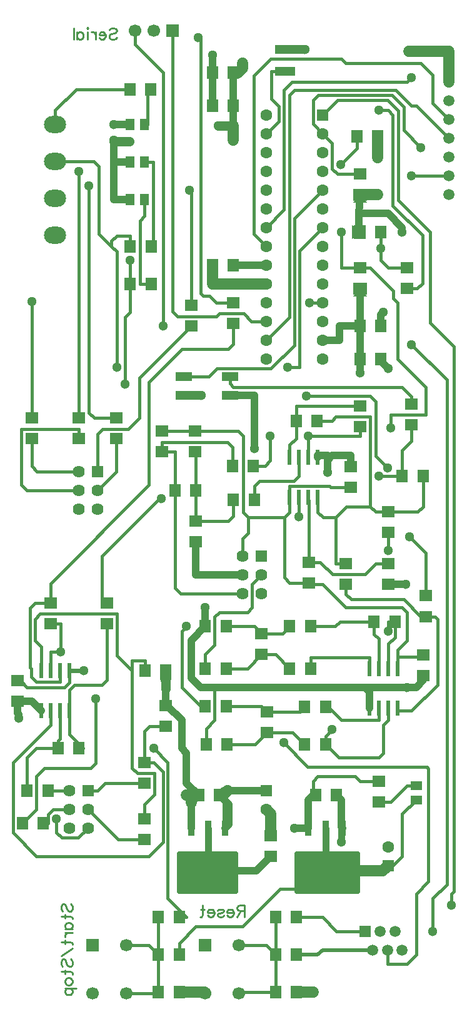
<source format=gbr>
%TF.GenerationSoftware,Novarm,DipTrace,3.3.1.3*%
%TF.CreationDate,2020-09-22T11:58:18+00:00*%
%FSLAX35Y35*%
%MOMM*%
%TF.FileFunction,Copper,L2,Bot*%
%TF.Part,Single*%
%AMOUTLINE0*
4,1,8,
0.95,-0.9,
0.95,0.9,
-0.65,0.9,
-0.65,0.7,
-0.95,1.0,
-0.95,-1.0,
-0.65,-0.7,
-0.65,-0.9,
0.95,-0.9,
0*%
%AMOUTLINE3*
4,1,8,
0.9,0.95,
-0.9,0.95,
-0.9,-0.65,
-0.7,-0.65,
-1.0,-0.95,
1.0,-0.95,
0.7,-0.65,
0.9,-0.65,
0.9,0.95,
0*%
%ADD84C,0.23529*%
%TA.AperFunction,Conductor*%
%ADD13C,0.4*%
%ADD14C,1.0*%
%ADD15C,1.5*%
%ADD16C,0.6*%
%ADD17C,0.95*%
%ADD18C,1.15*%
%ADD19C,1.2*%
%ADD20C,1.3*%
%ADD21C,0.5*%
%TA.AperFunction,CopperBalancing*%
%ADD22C,0.635*%
%ADD24R,1.6X1.8*%
%ADD25R,1.8X1.6*%
%TA.AperFunction,ComponentPad*%
%ADD26R,1.6X1.6*%
%ADD27C,1.6*%
%ADD28R,1.3X1.5*%
%ADD29R,1.5X1.3*%
%TA.AperFunction,ComponentPad*%
%ADD30C,1.62*%
%ADD31R,1.62X1.62*%
%ADD32O,3.0X2.3*%
%ADD33R,1.7X1.7*%
%ADD34C,1.7*%
%ADD35C,1.5*%
%ADD36R,1.5X1.5*%
%ADD37R,2.7X1.15*%
%ADD38R,0.6X2.0*%
%ADD40R,0.95X2.15*%
%ADD41R,3.25X2.15*%
%ADD42R,2.2X1.2*%
%ADD87OUTLINE0*%
%ADD90OUTLINE3*%
%TA.AperFunction,ViaPad*%
%ADD93C,1.3*%
G75*
G01*
%LPD*%
X1016000Y11430000D2*
D13*
Y8090500D1*
X1156000Y11230000D2*
Y8160500D1*
X1226000Y8090500D1*
X1524000D1*
X5080000Y4159000D2*
Y4000500D1*
X4572000D1*
X4357000Y4215500D1*
Y4178000D1*
X3010500Y4699000D2*
X3302000D1*
X3492500Y4889500D1*
X3683000D1*
X3873500Y4699000D1*
X2921000Y2984500D2*
X2984500Y2921000D1*
Y2555500D1*
X3000000Y2540000D1*
X2921000Y2984500D2*
D14*
X2984500Y3048000D1*
X3034070D1*
X3556000D1*
X2921000Y2984500D2*
D15*
X2970570D1*
X3034070Y3048000D1*
X3556000D2*
D3*
X2921000Y2984500D2*
D14*
X3048000Y2857500D1*
Y2588000D1*
X3000000Y2540000D1*
X1084000Y4667500D2*
D16*
X889000D1*
X190500Y4534500D2*
D13*
X228000D1*
X317500Y4445000D1*
X825500D1*
X889000Y4508500D1*
Y4667500D1*
X4699000Y7429500D2*
D14*
Y7584500D1*
X4449510D1*
X4384510Y7519500D1*
Y7352520D1*
X3238500Y5969000D2*
X2603500D1*
Y6413500D1*
X5442000Y5842000D2*
X5207000D1*
X3396510Y7677500D2*
Y8393000D1*
X3065000D1*
X4384510Y7352520D2*
Y7584500D1*
X4254500D1*
Y7556500D1*
X2730500Y5524500D2*
Y5270500D1*
X5461000Y4445000D2*
X4894527D1*
X2857500D1*
X2667000D1*
X2540000Y4572000D1*
Y5080000D1*
X2730500Y5270500D1*
X2743500Y3670000D2*
D13*
Y3886500D1*
X2857500Y4000500D1*
Y4445000D1*
X4953000Y4159000D2*
D14*
Y4386527D1*
X4894527Y4445000D1*
X5461000D2*
X5588000D1*
X5683250Y4540250D1*
Y4603750D1*
X3023500Y3670000D2*
D13*
X3404500D1*
X3569000Y3834500D1*
X3912500D1*
X4077000Y3670000D1*
X1016000Y7112000D2*
X311000D1*
X241000Y7182000D1*
Y7940500D1*
X1016000D1*
Y7810500D1*
X1270000Y7112000D2*
X1524000Y7366000D1*
Y7810500D1*
X1016000Y7366000D2*
X451000D1*
X381000Y7436000D1*
Y7810500D1*
X1270000Y7366000D2*
Y7870500D1*
X1340000Y7940500D1*
X1689000D1*
X1841500Y8093000D1*
Y8636000D1*
X2540000Y9334500D1*
X3010500Y4191000D2*
X3492500D1*
X3569000Y4114500D1*
X4013500D1*
X4077000Y4178000D1*
X381000Y9665350D2*
Y8090500D1*
X5524500Y8281000D2*
Y8382000D1*
X5397500Y8509000D1*
X3111500D1*
X3065000Y8555500D1*
Y8647000D1*
X3010500Y5270500D2*
X3391500D1*
X3492500Y5169500D1*
X3772500D1*
X3873500Y5270500D1*
X2730500Y4699000D2*
Y4889500D1*
X2857500Y5016500D1*
Y5397500D1*
X2921000Y5461000D1*
X3302000D1*
X3365500Y5524500D1*
Y5842000D1*
X3492500Y5969000D1*
X2730500Y4191000D2*
X2667000D1*
X2413000Y4445000D1*
Y5207000D1*
X2476500Y5270500D1*
X1143000Y2794000D2*
X1550000Y2387000D1*
X1905000D1*
X5497000Y6482000D2*
X5715000Y6264000D1*
Y5683250D1*
X5207000Y4159000D2*
Y4000500D1*
X5143500Y3937000D1*
Y3556000D1*
X5080000Y3492500D1*
X4534500D1*
X4357000Y3670000D1*
Y3785500D1*
X4445000Y3873500D1*
X508000Y4667500D2*
Y4996750D1*
X425500Y5079250D1*
Y5368000D1*
X495500Y5438000D1*
X1537000D1*
Y4873000D1*
X1740000Y4670000D1*
Y3349010D1*
X1810000Y3279010D1*
X2045000D1*
Y2997290D1*
X1905000Y2857290D1*
Y2667000D1*
X1740000Y4670000D2*
Y4810000D1*
X1910000D1*
Y4670000D1*
X5080000Y4699000D2*
Y5098760D1*
X5016500Y5162260D1*
Y5334000D1*
X4553970D1*
X4490470Y5270500D1*
X4153500D1*
Y4699000D2*
Y4849000D1*
X4953000D1*
Y4699000D1*
X5334000Y4159000D2*
Y4127500D1*
X5524500D1*
X5873750Y4476750D1*
Y5365750D1*
X5842000Y5397500D1*
X5651500D1*
X5415000Y5634000D1*
X4705500D1*
X4635500Y5704000D1*
Y5842000D1*
X5842000Y5397500D2*
X5715000Y5403250D1*
X5207000Y6297000D2*
Y6540500D1*
X5296500Y5334000D2*
Y5122730D1*
X5207000Y5033230D1*
Y4699000D1*
Y5207000D2*
Y5334000D1*
X5296500D1*
X3111500Y9372000D2*
Y9090000D1*
X3041500Y9020000D1*
X2416000D1*
X1968500Y8572500D1*
Y7181967D1*
X635000Y5848467D1*
Y5588000D1*
X425500D1*
X355500Y5518000D1*
Y4712000D1*
X370500Y4697000D1*
Y4587500D1*
X440500Y4517500D1*
X762000D1*
Y4667500D1*
X4318000Y11176000D2*
X3936000Y10794000D1*
Y9075000D1*
X3618000Y8757000D1*
X2890000D1*
X2780000Y8647000D1*
X2435000D1*
X4563000Y11522500D2*
X4780000Y11739500D1*
Y11900000D1*
X2590500Y7913000D2*
X3171500D1*
X3241500Y7843000D1*
Y6814010D1*
X3311500Y6744010D1*
Y6530500D1*
X3238500Y6457500D1*
Y6223000D1*
X4130000Y5860000D2*
X3873500D1*
X3803500Y5930000D1*
Y6744010D1*
X3311500D1*
X2146000Y7913000D2*
X2326000D1*
X2590500D1*
X3803500Y6744010D2*
X3873500Y6814010D1*
Y7016500D1*
Y7166500D1*
X4412220D1*
X4429220Y7149500D1*
X4699000D1*
X5334000Y4699000D2*
Y4953000D1*
X5461000Y5080000D1*
Y5461000D1*
X5397500Y5524500D1*
X4635500D1*
X4318000Y5842000D1*
X4148000D1*
X4130000Y5860000D1*
X5334000Y4699000D2*
Y4857750D1*
X5683250D1*
Y4883750D1*
X2641000Y2984500D2*
D14*
X2540000Y2883500D1*
Y2540000D1*
X2641000Y2984500D2*
D15*
D3*
X2540000Y2540000D2*
D17*
D3*
X4228500Y2984500D2*
D14*
X4191000D1*
X4127500Y2921000D1*
Y2540000D1*
X2476500Y2984500D2*
D15*
X2540000D1*
Y2883500D1*
X5080000Y3175000D2*
D13*
X4826000D1*
X4762500Y3238500D1*
X4254500D1*
X4191000Y3175000D1*
Y3022000D1*
X4228500Y2984500D1*
X3556000Y9906000D2*
D15*
X2831500D1*
Y10160000D1*
X3937000Y2540000D2*
D14*
X4127500D1*
X3556000Y2794000D2*
D15*
X3619500Y2730500D1*
Y2439000D1*
X4080000Y13081000D2*
D18*
X3810000D1*
X2680000Y8393000D2*
D19*
X2435000D1*
X2190000Y4425000D2*
D14*
Y4200000D1*
X4188000Y317500D2*
D15*
X3963000D1*
X5143500Y9525000D2*
D14*
X5106000Y9487500D1*
Y9334500D1*
X5207000Y8763000D2*
X5106000Y8864000D1*
Y8890000D1*
X2730500Y302500D2*
D15*
X2715500Y317500D1*
X2375500D1*
X205510Y4029500D2*
D14*
Y4079490D1*
X190500Y4094500D1*
Y4254500D1*
X2831500Y12763500D2*
Y12998500D1*
Y12319000D2*
Y12763500D1*
X190500Y4254500D2*
X381000D1*
X508000Y4127500D1*
X2190000Y4670000D2*
D15*
Y4565000D1*
D20*
Y4425000D1*
Y4200000D2*
D14*
X2213500D1*
X2413000Y4000500D1*
Y3619500D1*
X2476500Y3556000D1*
Y3149000D1*
X2641000Y2984500D1*
X4357500Y1960000D2*
D15*
X5135000D1*
X5207000Y2032000D1*
D13*
X5270500D1*
X5397500Y2159000D1*
Y2731000D1*
X5588000Y2921500D1*
X1494000Y12065000D2*
D14*
X1715000D1*
X1704000Y11835000D2*
D20*
X1494000D1*
Y11855000D1*
X3111500Y11849000D2*
D15*
Y12049000D1*
D20*
X2901500D1*
X1494000Y11855000D2*
D14*
Y11557000D1*
Y11049000D1*
X1715000D1*
X5061000Y11112500D2*
D15*
X4826000D1*
Y11096500D1*
X3238500Y12890500D2*
Y12827000D1*
X3175000Y12763500D1*
X3111500D1*
X4357500Y1960000D2*
D17*
Y2540000D1*
X4826000Y8699500D2*
D14*
Y8890000D1*
X5485010Y13053500D2*
D15*
X6032500D1*
Y12636500D1*
X5060000Y11617500D2*
Y11900000D1*
X1494000Y11557000D2*
D14*
X1715000D1*
X4826000Y9334500D2*
Y9826500D1*
Y9334500D2*
X4543000D1*
Y9144000D1*
X4318000D1*
X4826000Y11096500D2*
X4810000Y10858500D1*
Y10604500D1*
X3111500Y12319000D2*
Y12049000D1*
Y12763500D2*
Y12319000D1*
X4826000Y8890000D2*
Y9334500D1*
X5397500Y10604500D2*
Y10668000D1*
X5207000Y10858500D1*
X4810000D1*
X4254500Y1841500D2*
D13*
X4127500Y1714500D1*
X3746500D1*
X3238500Y1206500D1*
X2603500D1*
X2375500Y978500D1*
Y825500D1*
X4997500Y889000D2*
D21*
X4318000D1*
X4254500Y825500D1*
X3963000D1*
X3873500Y7556500D2*
D13*
Y7727510D1*
X3960000Y7814010D1*
Y8050000D1*
Y8255000D1*
X4826000D1*
X889000Y2794000D2*
X670500D1*
X600500Y2724000D1*
Y2603500D1*
X534000D1*
X5081000Y7302500D2*
X5397500D1*
X4000500Y6751500D2*
Y7016500D1*
X5397500Y7302500D2*
Y7654810D1*
X5524500Y7781810D1*
Y8001000D1*
X317500Y3048000D2*
Y3492500D1*
X444500Y3619500D1*
X736000D1*
Y3720500D1*
X762000Y3746500D1*
Y4127500D1*
X1905000Y3429000D2*
Y3850000D1*
X1975000Y3920000D1*
X2190000D1*
X1905000Y3429000D2*
X2032000D1*
X2159000Y3302000D1*
Y2349500D1*
X1968500Y2159000D1*
X444500D1*
X127000Y2476500D1*
Y3429000D1*
X635000Y3937000D1*
Y4127500D1*
X1016000Y3619500D2*
X1079500D1*
X889000Y3810000D1*
Y4127500D1*
Y4407500D1*
X959000Y4477500D1*
X1327000D1*
X1397000Y4547500D1*
Y5308000D1*
X4826000Y7975000D2*
Y7842500D1*
X4127500D1*
X3606510D2*
Y7512500D1*
X3536510Y7442500D1*
X3378500D1*
X4127500Y7842500D2*
Y7556500D1*
X3391500Y6985000D2*
Y7166500D1*
X3461500Y7236500D1*
X3930500D1*
X4000500Y7306500D1*
Y7556500D1*
X1143000Y3048000D2*
X1274000D1*
X1375000Y3149000D1*
X1905000D1*
X889000Y3048000D2*
X540500D1*
X597500D1*
X4635500Y6122000D2*
X4495500D1*
Y6746500D1*
X4639500Y6890500D1*
X4966000D1*
Y8105000D1*
X4499670D1*
X4444670Y8050000D1*
X4240000D1*
X4966000Y6890500D2*
X5036000Y6820500D1*
X5207000D1*
X4495500Y6746500D2*
X4324500D1*
X4254500Y6816500D1*
Y7016500D1*
X5207000Y6820500D2*
X5607500D1*
X5677500Y6890500D1*
Y7302500D1*
X3790000Y3694010D2*
X4118510Y3365500D1*
X5729500D1*
X5753000Y3342000D1*
Y1816000D1*
X5588000Y1651000D1*
Y825500D1*
X5461000Y698500D1*
X5197500D1*
Y889000D1*
X4096000Y8385000D2*
X4966000D1*
X5036000Y8315000D1*
Y7577500D1*
X5196000Y7417500D1*
X4143000Y9652000D2*
X4318000D1*
X4127500Y7016500D2*
Y6974780D1*
X4130000Y6972280D1*
Y6140000D1*
X4283500D1*
X4451500Y5972000D1*
X4891010D1*
X5041010Y6122000D1*
X5207000D1*
X2286000Y13335000D2*
Y9534500D1*
X2356000Y9464500D1*
X2882750D1*
X2920250Y9502000D1*
X3251500D1*
X3355500Y9398000D1*
X3556000D1*
X715500Y2664460D2*
Y2479000D1*
X785500Y2409000D1*
X1012000D1*
X1143000Y2540000D1*
X1249000Y4292500D2*
Y3419010D1*
X1179000Y3349010D1*
X555010D1*
X444500Y3238500D1*
Y2794000D1*
X254000Y2603500D1*
X635000Y5308000D2*
X775000D1*
Y4922500D1*
X635000D1*
Y4667500D1*
X2159000Y9334500D2*
Y12766060D1*
X1778000Y13147060D1*
Y13335000D1*
X5524500Y11366500D2*
X6032500D1*
X5524500Y12700000D2*
X5461000Y12636500D1*
X3900500D1*
X3796000Y12532000D1*
Y10908000D1*
X3556000Y10668000D1*
X2516510Y11176000D2*
X2540000Y11152510D1*
Y9614500D1*
X3098500Y7442500D2*
Y7693000D1*
X3028500Y7763000D1*
X2146000D1*
Y7633000D1*
X2323500Y7112000D2*
Y5785000D1*
X2393500Y5715000D1*
X3238500D1*
X2146000Y7633000D2*
X2323500D1*
Y7112000D1*
X2603500Y6693500D2*
X3041500D1*
X3111500Y6763500D1*
Y6985000D1*
X2603500Y7112000D2*
Y6693500D1*
X2590500Y7633000D2*
X2603500D1*
Y7112000D1*
X2631510Y13236000D2*
X2667000D1*
Y9779010D1*
X2701510Y9744500D1*
X2783010D1*
X2875510Y9652000D1*
X3111500D1*
X4826000Y11392500D2*
X4518000D1*
X4448000Y11462500D1*
Y11808000D1*
X4318000Y11938000D1*
X4188000Y12068000D1*
Y12392000D1*
X4258000Y12462000D1*
X5254500D1*
X5415000Y12301500D1*
Y11984000D1*
X5651500Y11747500D1*
X4572000Y10604500D2*
Y10122500D1*
X4826000D1*
X2135000Y6997000D2*
Y7024500D1*
X1333500Y6223000D1*
Y5588000D1*
X1397000D1*
X4826000Y10122500D2*
X4966000D1*
X5276000Y9812500D1*
Y9710000D1*
X5334000Y9652000D1*
Y8890000D1*
X5714550Y8509450D1*
Y8131000D1*
X5241000D1*
Y7957500D1*
X3556000Y11938000D2*
X3726000Y12108000D1*
Y12311500D1*
X3625000Y12412500D1*
Y12781000D1*
X3810000D1*
X4897500Y1143000D2*
X4508500D1*
X4318000Y1333500D1*
X3963000D1*
X4889500Y1143000D2*
X4897500D1*
X6064250Y1492250D2*
Y1651000D1*
X6096000Y1682750D1*
Y9059520D1*
X5778500Y9377020D1*
Y10604500D1*
X5345000Y11038000D1*
Y12244500D1*
X5197500Y12392000D1*
X4518000D1*
X4318000Y12192000D1*
X5524500Y9080500D2*
X6000750Y8604250D1*
Y1778000D1*
X5810250Y1587500D1*
Y1143000D1*
X3556000Y10160000D2*
D14*
X3111500D1*
X2770000Y1960000D2*
X3420500D1*
X3619500Y2159000D1*
X4508500Y2984500D2*
X4572000Y2921000D1*
Y2555500D1*
X4587500Y2540000D1*
X2770000Y1960000D2*
D17*
Y2540000D1*
X4572000Y2349500D2*
Y2540000D1*
X4587500D1*
X2032000Y3619500D2*
D13*
X2222500Y3429000D1*
Y1587500D1*
X2476500Y1333500D1*
X2375500D1*
X3683000D2*
Y825500D1*
Y317500D1*
X3195500D1*
X3180500Y302500D1*
Y952500D2*
X3556000D1*
X3683000Y825500D1*
X3556000Y9144000D2*
X3866000Y9454000D1*
Y12462000D1*
X3936000Y12532000D1*
X5311500D1*
X5524500Y12319000D1*
X5588000D1*
X6032500Y11874500D1*
Y12128500D2*
X5810010Y12350990D1*
Y12731990D1*
X5651500Y12890500D1*
X4635500D1*
X4572000Y12954000D1*
X3619500D1*
X3386000Y12720500D1*
Y10584000D1*
X3556000Y10414000D1*
X5461000Y10122500D2*
X5208510D1*
X5106000Y10225010D1*
Y10385010D1*
Y10604500D1*
X1656500Y302500D2*
X2080500D1*
X2095500Y317500D1*
Y1333500D2*
Y317500D1*
Y1333500D2*
Y825500D1*
X1656500Y952500D2*
X1968500D1*
X2095500Y825500D1*
X5080000Y12255500D2*
X5207000D1*
X5270500Y12192000D1*
Y10964500D1*
X5671000Y10564000D1*
Y9912500D1*
X5601000Y9842500D1*
X5461000D1*
X698500Y12065000D2*
Y12255500D1*
X983000Y12540000D1*
X1710000D1*
X1905000Y11049000D2*
Y10822730D1*
X1844500Y10762230D1*
Y9906000D1*
X1994500D1*
X1714500Y10229000D2*
Y9906000D1*
Y9524440D1*
X1644000Y9453940D1*
Y8548000D1*
X1905000Y12065000D2*
X1950000D1*
Y12540000D1*
X1990000D1*
X1994500Y10414000D2*
X2020000D1*
Y11557000D1*
X1905000D1*
X1529000Y8778000D2*
Y10344000D1*
X1459000Y10414000D1*
X1291000Y10582000D1*
Y11495003D1*
X1221003Y11565000D1*
X698500D1*
X3841000Y8778000D2*
X4006000D1*
Y10356000D1*
X4318000Y10668000D1*
X1459000Y10414000D2*
Y10484000D1*
X1529000Y10554000D1*
X1714500D1*
Y10414000D1*
X5080000Y2895000D2*
X5244500D1*
X5461000Y3111500D1*
X5588000D1*
D93*
X2476500Y2032000D3*
X2667000D3*
Y1778000D3*
X3048000Y2032000D3*
X2476500Y1778000D3*
X2857500Y2032000D3*
Y1778000D3*
X3048000D3*
X4064000Y2032000D3*
X4254500D3*
X4445000D3*
X4635500D3*
X4064000Y1841500D3*
X4254500D3*
X4445000D3*
X4635500D3*
X2476500Y2984500D3*
X5810250Y1143000D3*
X5524500Y9080500D3*
X2476500Y5270500D3*
X5397500Y10604500D3*
X6064250Y1492250D3*
X1494000Y12065000D3*
Y11855000D3*
X1704000Y11835000D3*
X2901500Y12049000D3*
X3111500Y11849000D3*
X5485010Y13053500D3*
X4826000Y8699500D3*
X5060000Y11617500D3*
X5061000Y11112500D3*
X3238500Y12890500D3*
X4572000Y2349500D3*
X3937000Y2540000D3*
X205510Y4029500D3*
X4080000Y13081000D3*
X2680000Y8393000D3*
X2190000Y4425000D3*
X2831500Y12998500D3*
X4188000Y317500D3*
X5143500Y9525000D3*
X5207000Y8763000D3*
X1016000Y11430000D3*
X1156000Y11230000D3*
X1084000Y4667500D3*
X2730500Y5524500D3*
X4384510Y7352520D3*
X5442000Y5842000D3*
X5461000Y4445000D3*
X3396510Y7677500D3*
X381000Y9665350D3*
X5497000Y6482000D3*
X4445000Y3873500D3*
X5207000Y5207000D3*
Y6297000D3*
X4563000Y11522500D3*
X4000500Y6751500D3*
X5081000Y7302500D3*
X3606510Y7842500D3*
X4127500D3*
X3790000Y3694010D3*
X5196000Y7417500D3*
X4096000Y8385000D3*
X4143000Y9652000D3*
X715500Y2664460D3*
X1249000Y4292500D3*
X775000Y4922500D3*
X2159000Y9334500D3*
X5524500Y11366500D3*
Y12700000D3*
X2516510Y11176000D3*
X2631510Y13236000D3*
X5651500Y11747500D3*
X5241000Y7957500D3*
X2135000Y6997000D3*
X4572000Y10604500D3*
X2032000Y3619500D3*
X5106000Y10385010D3*
X5080000Y12255500D3*
X1644000Y8548000D3*
X1714500Y10229000D3*
X1529000Y8778000D3*
X3841000D3*
X2387663Y2127583D2*
D22*
X3136837D1*
X2387663Y2064417D2*
X3136837D1*
X2387663Y2001250D2*
X3136837D1*
X2387663Y1938083D2*
X3136837D1*
X2387663Y1874917D2*
X3136837D1*
X2387663Y1811750D2*
X3136837D1*
X2387663Y1748583D2*
X3136837D1*
X2387663Y1685417D2*
X3136837D1*
X3143127Y2190750D2*
X2381250D1*
Y1682873D1*
X3143127Y1682750D1*
X3143250Y2190873D1*
X3975163Y2127583D2*
X4787837D1*
X3975163Y2064417D2*
X4787837D1*
X3975163Y2001250D2*
X4787837D1*
X3975163Y1938083D2*
X4787837D1*
X3975163Y1874917D2*
X4787837D1*
X3975163Y1811750D2*
X4787837D1*
X3975163Y1748583D2*
X4787837D1*
X3975163Y1685417D2*
X4787837D1*
X4794127Y2190750D2*
X3968750D1*
Y1682873D1*
X4794127Y1682750D1*
X4794250Y2190873D1*
D24*
X2603500Y7112000D3*
X2323500D3*
D25*
X3569000Y4114500D3*
Y3834500D3*
X3492500Y4889500D3*
Y5169500D3*
X4699000Y7429500D3*
Y7149500D3*
X5683250Y4603750D3*
Y4883750D3*
D24*
X3111500Y10160000D3*
X2831500D3*
D25*
X190500Y4254500D3*
Y4534500D3*
D24*
X4826000Y9334500D3*
X5106000D3*
X4826000Y8890000D3*
X5106000D3*
X3111500Y12763500D3*
X2831500D3*
X3111500Y12319000D3*
X2831500D3*
X2095500Y317500D3*
X2375500D3*
X3683000D3*
X3963000D3*
D26*
X5207000Y2032000D3*
D27*
Y2286000D3*
D24*
X4508500Y2984500D3*
X4228500D3*
X2921000D3*
X2641000D3*
D25*
X3619500Y2159000D3*
Y2439000D3*
D26*
X3556000Y3048000D3*
D27*
Y2794000D3*
D28*
X1905000Y11557000D3*
X1715000D3*
X1905000Y12065000D3*
X1715000D3*
D24*
X5106000Y10604500D3*
D87*
X4810000D3*
D25*
X4826000Y10122500D3*
D90*
Y9826500D3*
D28*
X1905000Y11049000D3*
X1715000D3*
D25*
X4826000Y11392500D3*
D90*
Y11096500D3*
D29*
X5588000Y3111500D3*
Y2921500D3*
D30*
X1016000Y7366000D3*
Y7112000D3*
Y6858000D3*
X1270000D3*
Y7112000D3*
D31*
Y7366000D3*
D30*
X3238500Y6223000D3*
Y5969000D3*
Y5715000D3*
X3492500D3*
Y5969000D3*
D31*
Y6223000D3*
D32*
X698500Y12065000D3*
Y11065000D3*
Y11565000D3*
Y10565000D3*
D33*
X2286000Y13335000D3*
D34*
X2032000D3*
X1778000D3*
D35*
X5397500Y889000D3*
X5297500Y1143000D3*
X5197500Y889000D3*
X5097500Y1143000D3*
X4997500Y889000D3*
D36*
X4897500Y1143000D3*
D30*
X889000Y3048000D3*
Y2794000D3*
Y2540000D3*
X1143000D3*
Y2794000D3*
D31*
Y3048000D3*
D37*
X3810000Y13081000D3*
Y12781000D3*
D25*
X4826000Y8255000D3*
Y7975000D3*
D24*
X3098500Y7442500D3*
X3378500D3*
D25*
X2146000Y7633000D3*
Y7913000D3*
X2590500Y7633000D3*
Y7913000D3*
D24*
X3960000Y8050000D3*
X4240000D3*
D25*
X4130000Y6140000D3*
Y5860000D3*
D24*
X3111500Y6985000D3*
X3391500D3*
X5397500Y7302500D3*
X5677500D3*
D25*
X5715000Y5683250D3*
Y5403250D3*
X2603500Y6413500D3*
Y6693500D3*
X5524500Y8001000D3*
Y8281000D3*
D24*
X4780000Y11900000D3*
X5060000D3*
D25*
X4635500Y5842000D3*
Y6122000D3*
D24*
X2743500Y3670000D3*
X3023500D3*
X4077000D3*
X4357000D3*
X2730500Y4191000D3*
X3010500D3*
X4077000Y4178000D3*
X4357000D3*
D25*
X5207000Y5842000D3*
Y6122000D3*
D24*
X5016500Y5334000D3*
X5296500D3*
D25*
X5207000Y6540500D3*
Y6820500D3*
D24*
X2730500Y5270500D3*
X3010500D3*
X3873500D3*
X4153500D3*
X2730500Y4699000D3*
X3010500D3*
X3873500D3*
X4153500D3*
X1714500Y10414000D3*
X1994500D3*
X1016000Y3619500D3*
X736000D3*
X317500Y3048000D3*
X597500D3*
D25*
X1905000Y3429000D3*
Y3149000D3*
D24*
X1710000Y12540000D3*
X1990000D3*
D25*
X1397000Y5588000D3*
Y5308000D3*
X2190000Y4200000D3*
Y3920000D3*
X5461000Y9842500D3*
Y10122500D3*
D24*
X1994500Y9906000D3*
X1714500D3*
D25*
X635000Y5588000D3*
Y5308000D3*
D24*
X254000Y2603500D3*
X534000D3*
D25*
X1905000Y2667000D3*
Y2387000D3*
D24*
X2095500Y825500D3*
X2375500D3*
D25*
X3111500Y9652000D3*
Y9372000D3*
D24*
X2190000Y4670000D3*
X1910000D3*
X2095500Y1333500D3*
X2375500D3*
D25*
X2540000Y9334500D3*
Y9614500D3*
X381000Y7810500D3*
Y8090500D3*
X1524000Y7810500D3*
Y8090500D3*
X1016000Y7810500D3*
Y8090500D3*
D24*
X3683000Y825500D3*
X3963000D3*
X3683000Y1333500D3*
X3963000D3*
D25*
X5080000Y3175000D3*
Y2895000D3*
D33*
X1206500Y952500D3*
D34*
X1656500D3*
Y302500D3*
X1206500D3*
D33*
X2730500Y952500D3*
D34*
X3180500D3*
Y302500D3*
X2730500D3*
D38*
X3873500Y7556500D3*
X4000500D3*
X4127500D3*
X4254500D3*
Y7016500D3*
X4127500D3*
X4000500D3*
X3873500D3*
X5334000Y4159000D3*
X5207000D3*
X5080000D3*
X4953000D3*
Y4699000D3*
X5080000D3*
X5207000D3*
X5334000D3*
X889000Y4127500D3*
X762000D3*
X635000D3*
X508000D3*
Y4667500D3*
X635000D3*
X762000D3*
X889000D3*
D35*
X6032500Y11112500D3*
Y11366500D3*
Y11620500D3*
Y11874500D3*
Y12128500D3*
Y12382500D3*
Y12636500D3*
D26*
X4318000Y12192000D3*
D27*
Y11938000D3*
Y11684000D3*
Y11430000D3*
Y11176000D3*
Y10922000D3*
Y10668000D3*
Y10414000D3*
Y10160000D3*
Y9906000D3*
Y9652000D3*
Y9398000D3*
Y9144000D3*
Y8890000D3*
X3556000D3*
Y9144000D3*
Y9398000D3*
Y9652000D3*
Y9906000D3*
Y10160000D3*
Y10414000D3*
Y10668000D3*
Y10922000D3*
Y11176000D3*
Y11430000D3*
Y11684000D3*
Y11938000D3*
Y12192000D3*
D40*
X2540000Y2540000D3*
X2770000D3*
X3000000D3*
D41*
X2770000Y1960000D3*
D40*
X4127500Y2540000D3*
X4357500D3*
X4587500D3*
D41*
X4357500Y1960000D3*
D42*
X3065000Y8647000D3*
Y8393000D3*
X2435000D3*
Y8647000D3*
X1427928Y13344517D2*
D84*
X1442415Y13359173D1*
X1464315Y13366417D1*
X1493459D1*
X1515359Y13359173D1*
X1530015Y13344517D1*
Y13330029D1*
X1522603Y13315373D1*
X1515359Y13308129D1*
X1500871Y13300885D1*
X1457071Y13286229D1*
X1442415Y13278985D1*
X1435171Y13271573D1*
X1427928Y13257085D1*
Y13235185D1*
X1442415Y13220697D1*
X1464315Y13213285D1*
X1493459D1*
X1515359Y13220697D1*
X1530015Y13235185D1*
X1380869Y13271573D2*
X1293437D1*
Y13286229D1*
X1300681Y13300885D1*
X1307925Y13308129D1*
X1322581Y13315373D1*
X1344481D1*
X1358969Y13308129D1*
X1373625Y13293473D1*
X1380869Y13271573D1*
Y13257085D1*
X1373625Y13235185D1*
X1358969Y13220697D1*
X1344481Y13213285D1*
X1322581D1*
X1307925Y13220697D1*
X1293437Y13235185D1*
X1246378Y13315373D2*
Y13213285D1*
Y13271573D2*
X1238966Y13293473D1*
X1224478Y13308129D1*
X1209822Y13315373D1*
X1187922D1*
X1140863Y13366417D2*
X1133620Y13359173D1*
X1126207Y13366417D1*
X1133620Y13373829D1*
X1140863Y13366417D1*
X1133620Y13315373D2*
Y13213285D1*
X991717Y13315373D2*
Y13213285D1*
Y13293473D2*
X1006205Y13308129D1*
X1020861Y13315373D1*
X1042592D1*
X1057248Y13308129D1*
X1071736Y13293473D1*
X1079148Y13271573D1*
Y13257085D1*
X1071736Y13235185D1*
X1057248Y13220697D1*
X1042592Y13213285D1*
X1020861D1*
X1006205Y13220697D1*
X991717Y13235185D1*
X944658Y13366417D2*
Y13213285D1*
X3262819Y1418973D2*
X3197288D1*
X3175388Y1426385D1*
X3167976Y1433629D1*
X3160732Y1448117D1*
Y1462773D1*
X3167976Y1477260D1*
X3175388Y1484673D1*
X3197288Y1491917D1*
X3262819D1*
Y1338785D1*
X3211776Y1418973D2*
X3160732Y1338785D1*
X3113673Y1397073D2*
X3026241D1*
Y1411729D1*
X3033485Y1426385D1*
X3040729Y1433629D1*
X3055385Y1440873D1*
X3077285D1*
X3091773Y1433629D1*
X3106429Y1418973D1*
X3113673Y1397073D1*
Y1382585D1*
X3106429Y1360685D1*
X3091773Y1346197D1*
X3077285Y1338785D1*
X3055385D1*
X3040729Y1346197D1*
X3026241Y1360685D1*
X2898995Y1418973D2*
X2906239Y1433629D1*
X2928139Y1440873D1*
X2950039D1*
X2971939Y1433629D1*
X2979183Y1418973D1*
X2971939Y1404485D1*
X2957283Y1397073D1*
X2920895Y1389829D1*
X2906239Y1382585D1*
X2898995Y1367929D1*
Y1360685D1*
X2906239Y1346197D1*
X2928139Y1338785D1*
X2950039D1*
X2971939Y1346197D1*
X2979183Y1360685D1*
X2851936Y1397073D2*
X2764505D1*
Y1411729D1*
X2771748Y1426385D1*
X2778992Y1433629D1*
X2793648Y1440873D1*
X2815548D1*
X2830036Y1433629D1*
X2844692Y1418973D1*
X2851936Y1397073D1*
Y1382585D1*
X2844692Y1360685D1*
X2830036Y1346197D1*
X2815548Y1338785D1*
X2793648D1*
X2778992Y1346197D1*
X2764505Y1360685D1*
X2695546Y1491917D2*
Y1367929D1*
X2688302Y1346197D1*
X2673646Y1338785D1*
X2659158D1*
X2717446Y1440873D2*
X2666402D1*
X798803Y1412574D2*
X784147Y1427062D1*
X776903Y1448962D1*
Y1478106D1*
X784147Y1500006D1*
X798803Y1514662D1*
X813291D1*
X827947Y1507250D1*
X835191Y1500006D1*
X842435Y1485518D1*
X857091Y1441718D1*
X864335Y1427062D1*
X871747Y1419818D1*
X886235Y1412574D1*
X908135D1*
X922623Y1427062D1*
X930035Y1448962D1*
Y1478106D1*
X922623Y1500006D1*
X908135Y1514662D1*
X776903Y1343615D2*
X900891D1*
X922623Y1336371D1*
X930035Y1321715D1*
Y1307228D1*
X827947Y1365515D2*
Y1314471D1*
Y1172737D2*
X930035D1*
X849847D2*
X835191Y1187225D1*
X827947Y1201881D1*
Y1223613D1*
X835191Y1238269D1*
X849847Y1252756D1*
X871747Y1260169D1*
X886235D1*
X908135Y1252756D1*
X922623Y1238269D1*
X930035Y1223613D1*
Y1201881D1*
X922623Y1187225D1*
X908135Y1172737D1*
X827947Y1125678D2*
X930035D1*
X871747D2*
X849847Y1118266D1*
X835191Y1103778D1*
X827947Y1089122D1*
Y1067222D1*
X776904Y998263D2*
X900891D1*
X922623Y991020D1*
X930035Y976363D1*
Y961876D1*
X827947Y1020163D2*
Y969120D1*
X930035Y914817D2*
X777072Y812729D1*
X798804Y663583D2*
X784147Y678070D1*
X776904Y699970D1*
Y729114D1*
X784147Y751014D1*
X798804Y765670D1*
X813291D1*
X827947Y758258D1*
X835191Y751014D1*
X842435Y736527D1*
X857091Y692727D1*
X864335Y678070D1*
X871747Y670827D1*
X886235Y663583D1*
X908135D1*
X922623Y678070D1*
X930035Y699970D1*
Y729114D1*
X922623Y751014D1*
X908135Y765670D1*
X776904Y594624D2*
X900891D1*
X922623Y587380D1*
X930035Y572724D1*
Y558236D1*
X827947Y616524D2*
Y565480D1*
Y474790D2*
X835191Y489277D1*
X849847Y503934D1*
X871747Y511177D1*
X886235D1*
X908135Y503934D1*
X922623Y489277D1*
X930035Y474790D1*
Y452890D1*
X922623Y438234D1*
X908135Y423746D1*
X886235Y416334D1*
X871747D1*
X849847Y423746D1*
X835191Y438234D1*
X827947Y452890D1*
Y474790D1*
Y369275D2*
X981079D1*
X849847D2*
X835360Y354619D1*
X827947Y340131D1*
Y318231D1*
X835360Y303575D1*
X849847Y289087D1*
X871747Y281675D1*
X886403D1*
X908135Y289087D1*
X922791Y303575D1*
X930035Y318231D1*
Y340131D1*
X922791Y354619D1*
X908135Y369275D1*
M02*

</source>
